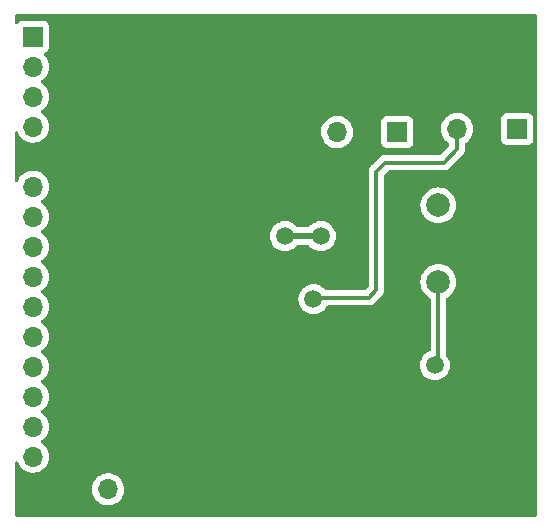
<source format=gbl>
G04 #@! TF.GenerationSoftware,KiCad,Pcbnew,(6.0.9)*
G04 #@! TF.CreationDate,2022-12-23T15:26:11+01:00*
G04 #@! TF.ProjectId,mainboard,6d61696e-626f-4617-9264-2e6b69636164,rev?*
G04 #@! TF.SameCoordinates,Original*
G04 #@! TF.FileFunction,Copper,L2,Bot*
G04 #@! TF.FilePolarity,Positive*
%FSLAX46Y46*%
G04 Gerber Fmt 4.6, Leading zero omitted, Abs format (unit mm)*
G04 Created by KiCad (PCBNEW (6.0.9)) date 2022-12-23 15:26:11*
%MOMM*%
%LPD*%
G01*
G04 APERTURE LIST*
G04 #@! TA.AperFunction,ComponentPad*
%ADD10C,2.000000*%
G04 #@! TD*
G04 #@! TA.AperFunction,ComponentPad*
%ADD11C,5.400000*%
G04 #@! TD*
G04 #@! TA.AperFunction,ComponentPad*
%ADD12R,1.700000X1.700000*%
G04 #@! TD*
G04 #@! TA.AperFunction,ComponentPad*
%ADD13O,1.700000X1.700000*%
G04 #@! TD*
G04 #@! TA.AperFunction,ViaPad*
%ADD14C,0.800000*%
G04 #@! TD*
G04 #@! TA.AperFunction,ViaPad*
%ADD15C,1.500000*%
G04 #@! TD*
G04 #@! TA.AperFunction,Conductor*
%ADD16C,0.300000*%
G04 #@! TD*
G04 #@! TA.AperFunction,Conductor*
%ADD17C,0.500000*%
G04 #@! TD*
G04 APERTURE END LIST*
D10*
X144943000Y-40692000D03*
X144943000Y-47192000D03*
X149443000Y-40692000D03*
X149443000Y-47192000D03*
D11*
X118110000Y-28448000D03*
D12*
X114447000Y-64745000D03*
D13*
X116987000Y-64745000D03*
D12*
X151623000Y-34245000D03*
D13*
X149083000Y-34245000D03*
X146543000Y-34245000D03*
D11*
X149987000Y-62230000D03*
D12*
X110617000Y-26416000D03*
D13*
X110617000Y-28956000D03*
X110617000Y-31496000D03*
X110617000Y-34036000D03*
X110617000Y-36576000D03*
X110617000Y-39116000D03*
X110617000Y-41656000D03*
X110617000Y-44196000D03*
X110617000Y-46736000D03*
X110617000Y-49276000D03*
X110617000Y-51816000D03*
X110617000Y-54356000D03*
X110617000Y-56896000D03*
X110617000Y-59436000D03*
X110617000Y-61976000D03*
X110617000Y-64516000D03*
D12*
X141463000Y-34499000D03*
D13*
X138923000Y-34499000D03*
X136383000Y-34499000D03*
D14*
X137541000Y-52578000D03*
X126619000Y-61087000D03*
D15*
X144653000Y-54229000D03*
D14*
X127889000Y-44196000D03*
X131826000Y-45339000D03*
D15*
X135001000Y-43307000D03*
X131953000Y-43307000D03*
X134366000Y-48641000D03*
D14*
X138049000Y-43688000D03*
X140081000Y-58293000D03*
X119253000Y-59436000D03*
X114681000Y-53848000D03*
X117348000Y-56515000D03*
X117602000Y-52578000D03*
X113665000Y-44196000D03*
D16*
X144653000Y-54229000D02*
X144943000Y-53939000D01*
X144943000Y-53939000D02*
X144943000Y-47192000D01*
D17*
X135001000Y-43307000D02*
X131953000Y-43307000D01*
D16*
X134493000Y-48514000D02*
X134366000Y-48641000D01*
X135636000Y-48514000D02*
X134493000Y-48514000D01*
X146543000Y-35956000D02*
X146543000Y-34245000D01*
X145415000Y-37084000D02*
X146543000Y-35956000D01*
X139700000Y-37846000D02*
X140462000Y-37084000D01*
X139700000Y-47879000D02*
X139700000Y-37846000D01*
X139065000Y-48514000D02*
X139700000Y-47879000D01*
X135636000Y-48514000D02*
X139065000Y-48514000D01*
X140462000Y-37084000D02*
X145415000Y-37084000D01*
G04 #@! TA.AperFunction,Conductor*
G36*
X153230621Y-24531502D02*
G01*
X153277114Y-24585158D01*
X153288500Y-24637500D01*
X153288500Y-66929500D01*
X153268498Y-66997621D01*
X153214842Y-67044114D01*
X153162500Y-67055500D01*
X109219500Y-67055500D01*
X109151379Y-67035498D01*
X109104886Y-66981842D01*
X109093500Y-66929500D01*
X109093500Y-64711695D01*
X115624251Y-64711695D01*
X115624548Y-64716848D01*
X115624548Y-64716851D01*
X115630011Y-64811590D01*
X115637110Y-64934715D01*
X115638247Y-64939761D01*
X115638248Y-64939767D01*
X115658119Y-65027939D01*
X115686222Y-65152639D01*
X115770266Y-65359616D01*
X115886987Y-65550088D01*
X116033250Y-65718938D01*
X116205126Y-65861632D01*
X116398000Y-65974338D01*
X116606692Y-66054030D01*
X116611760Y-66055061D01*
X116611763Y-66055062D01*
X116719017Y-66076883D01*
X116825597Y-66098567D01*
X116830772Y-66098757D01*
X116830774Y-66098757D01*
X117043673Y-66106564D01*
X117043677Y-66106564D01*
X117048837Y-66106753D01*
X117053957Y-66106097D01*
X117053959Y-66106097D01*
X117265288Y-66079025D01*
X117265289Y-66079025D01*
X117270416Y-66078368D01*
X117275366Y-66076883D01*
X117479429Y-66015661D01*
X117479434Y-66015659D01*
X117484384Y-66014174D01*
X117684994Y-65915896D01*
X117866860Y-65786173D01*
X118025096Y-65628489D01*
X118084594Y-65545689D01*
X118152435Y-65451277D01*
X118155453Y-65447077D01*
X118254430Y-65246811D01*
X118319370Y-65033069D01*
X118348529Y-64811590D01*
X118350156Y-64745000D01*
X118331852Y-64522361D01*
X118277431Y-64305702D01*
X118188354Y-64100840D01*
X118067014Y-63913277D01*
X117916670Y-63748051D01*
X117912619Y-63744852D01*
X117912615Y-63744848D01*
X117745414Y-63612800D01*
X117745410Y-63612798D01*
X117741359Y-63609598D01*
X117545789Y-63501638D01*
X117540920Y-63499914D01*
X117540916Y-63499912D01*
X117340087Y-63428795D01*
X117340083Y-63428794D01*
X117335212Y-63427069D01*
X117330119Y-63426162D01*
X117330116Y-63426161D01*
X117120373Y-63388800D01*
X117120367Y-63388799D01*
X117115284Y-63387894D01*
X117041452Y-63386992D01*
X116897081Y-63385228D01*
X116897079Y-63385228D01*
X116891911Y-63385165D01*
X116671091Y-63418955D01*
X116458756Y-63488357D01*
X116260607Y-63591507D01*
X116256474Y-63594610D01*
X116256471Y-63594612D01*
X116232247Y-63612800D01*
X116081965Y-63725635D01*
X115927629Y-63887138D01*
X115801743Y-64071680D01*
X115707688Y-64274305D01*
X115647989Y-64489570D01*
X115624251Y-64711695D01*
X109093500Y-64711695D01*
X109093500Y-62480349D01*
X109113502Y-62412228D01*
X109167158Y-62365735D01*
X109237432Y-62355631D01*
X109302012Y-62385125D01*
X109336243Y-62432945D01*
X109400266Y-62590616D01*
X109516987Y-62781088D01*
X109663250Y-62949938D01*
X109835126Y-63092632D01*
X110028000Y-63205338D01*
X110236692Y-63285030D01*
X110241760Y-63286061D01*
X110241763Y-63286062D01*
X110349017Y-63307883D01*
X110455597Y-63329567D01*
X110460772Y-63329757D01*
X110460774Y-63329757D01*
X110673673Y-63337564D01*
X110673677Y-63337564D01*
X110678837Y-63337753D01*
X110683957Y-63337097D01*
X110683959Y-63337097D01*
X110895288Y-63310025D01*
X110895289Y-63310025D01*
X110900416Y-63309368D01*
X110905366Y-63307883D01*
X111109429Y-63246661D01*
X111109434Y-63246659D01*
X111114384Y-63245174D01*
X111314994Y-63146896D01*
X111496860Y-63017173D01*
X111655096Y-62859489D01*
X111714594Y-62776689D01*
X111782435Y-62682277D01*
X111785453Y-62678077D01*
X111884430Y-62477811D01*
X111949370Y-62264069D01*
X111978529Y-62042590D01*
X111980156Y-61976000D01*
X111961852Y-61753361D01*
X111907431Y-61536702D01*
X111818354Y-61331840D01*
X111697014Y-61144277D01*
X111546670Y-60979051D01*
X111542619Y-60975852D01*
X111542615Y-60975848D01*
X111375414Y-60843800D01*
X111375410Y-60843798D01*
X111371359Y-60840598D01*
X111330053Y-60817796D01*
X111280084Y-60767364D01*
X111265312Y-60697921D01*
X111290428Y-60631516D01*
X111317780Y-60604909D01*
X111361603Y-60573650D01*
X111496860Y-60477173D01*
X111655096Y-60319489D01*
X111714594Y-60236689D01*
X111782435Y-60142277D01*
X111785453Y-60138077D01*
X111884430Y-59937811D01*
X111949370Y-59724069D01*
X111978529Y-59502590D01*
X111980156Y-59436000D01*
X111961852Y-59213361D01*
X111907431Y-58996702D01*
X111818354Y-58791840D01*
X111697014Y-58604277D01*
X111546670Y-58439051D01*
X111542619Y-58435852D01*
X111542615Y-58435848D01*
X111375414Y-58303800D01*
X111375410Y-58303798D01*
X111371359Y-58300598D01*
X111330053Y-58277796D01*
X111280084Y-58227364D01*
X111265312Y-58157921D01*
X111290428Y-58091516D01*
X111317780Y-58064909D01*
X111361603Y-58033650D01*
X111496860Y-57937173D01*
X111655096Y-57779489D01*
X111714594Y-57696689D01*
X111782435Y-57602277D01*
X111785453Y-57598077D01*
X111884430Y-57397811D01*
X111949370Y-57184069D01*
X111978529Y-56962590D01*
X111980156Y-56896000D01*
X111961852Y-56673361D01*
X111907431Y-56456702D01*
X111818354Y-56251840D01*
X111697014Y-56064277D01*
X111546670Y-55899051D01*
X111542619Y-55895852D01*
X111542615Y-55895848D01*
X111375414Y-55763800D01*
X111375410Y-55763798D01*
X111371359Y-55760598D01*
X111330053Y-55737796D01*
X111280084Y-55687364D01*
X111265312Y-55617921D01*
X111290428Y-55551516D01*
X111317780Y-55524909D01*
X111364158Y-55491828D01*
X111496860Y-55397173D01*
X111655096Y-55239489D01*
X111714594Y-55156689D01*
X111782435Y-55062277D01*
X111785453Y-55058077D01*
X111884430Y-54857811D01*
X111944203Y-54661076D01*
X111947865Y-54649023D01*
X111947865Y-54649021D01*
X111949370Y-54644069D01*
X111978529Y-54422590D01*
X111980156Y-54356000D01*
X111969715Y-54229000D01*
X143389693Y-54229000D01*
X143408885Y-54448371D01*
X143465880Y-54661076D01*
X143505357Y-54745735D01*
X143556618Y-54855666D01*
X143556621Y-54855671D01*
X143558944Y-54860653D01*
X143562100Y-54865160D01*
X143562101Y-54865162D01*
X143639025Y-54975020D01*
X143685251Y-55041038D01*
X143840962Y-55196749D01*
X143845471Y-55199906D01*
X143845473Y-55199908D01*
X143920241Y-55252261D01*
X144021346Y-55323056D01*
X144220924Y-55416120D01*
X144433629Y-55473115D01*
X144653000Y-55492307D01*
X144872371Y-55473115D01*
X145085076Y-55416120D01*
X145284654Y-55323056D01*
X145385759Y-55252261D01*
X145460527Y-55199908D01*
X145460529Y-55199906D01*
X145465038Y-55196749D01*
X145620749Y-55041038D01*
X145666976Y-54975020D01*
X145743899Y-54865162D01*
X145743900Y-54865160D01*
X145747056Y-54860653D01*
X145749379Y-54855671D01*
X145749382Y-54855666D01*
X145800643Y-54745735D01*
X145840120Y-54661076D01*
X145897115Y-54448371D01*
X145916307Y-54229000D01*
X145897115Y-54009629D01*
X145840120Y-53796924D01*
X145784852Y-53678401D01*
X145749382Y-53602334D01*
X145749379Y-53602329D01*
X145747056Y-53597347D01*
X145624287Y-53422015D01*
X145601500Y-53349744D01*
X145601500Y-48628246D01*
X145621502Y-48560125D01*
X145661665Y-48520814D01*
X145828193Y-48418765D01*
X145828203Y-48418758D01*
X145832416Y-48416176D01*
X146012969Y-48261969D01*
X146167176Y-48081416D01*
X146169755Y-48077208D01*
X146169759Y-48077202D01*
X146288654Y-47883183D01*
X146291240Y-47878963D01*
X146301066Y-47855242D01*
X146380211Y-47664167D01*
X146380212Y-47664165D01*
X146382105Y-47659594D01*
X146411612Y-47536689D01*
X146436380Y-47433524D01*
X146436381Y-47433518D01*
X146437535Y-47428711D01*
X146456165Y-47192000D01*
X146437535Y-46955289D01*
X146382105Y-46724406D01*
X146291240Y-46505037D01*
X146276247Y-46480570D01*
X146169759Y-46306798D01*
X146169755Y-46306792D01*
X146167176Y-46302584D01*
X146012969Y-46122031D01*
X145832416Y-45967824D01*
X145828208Y-45965245D01*
X145828202Y-45965241D01*
X145634183Y-45846346D01*
X145629963Y-45843760D01*
X145625393Y-45841867D01*
X145625389Y-45841865D01*
X145415167Y-45754789D01*
X145415165Y-45754788D01*
X145410594Y-45752895D01*
X145330391Y-45733640D01*
X145184524Y-45698620D01*
X145184518Y-45698619D01*
X145179711Y-45697465D01*
X144943000Y-45678835D01*
X144706289Y-45697465D01*
X144701482Y-45698619D01*
X144701476Y-45698620D01*
X144555609Y-45733640D01*
X144475406Y-45752895D01*
X144470835Y-45754788D01*
X144470833Y-45754789D01*
X144260611Y-45841865D01*
X144260607Y-45841867D01*
X144256037Y-45843760D01*
X144251817Y-45846346D01*
X144057798Y-45965241D01*
X144057792Y-45965245D01*
X144053584Y-45967824D01*
X143873031Y-46122031D01*
X143718824Y-46302584D01*
X143716245Y-46306792D01*
X143716241Y-46306798D01*
X143609753Y-46480570D01*
X143594760Y-46505037D01*
X143503895Y-46724406D01*
X143448465Y-46955289D01*
X143429835Y-47192000D01*
X143448465Y-47428711D01*
X143449619Y-47433518D01*
X143449620Y-47433524D01*
X143474388Y-47536689D01*
X143503895Y-47659594D01*
X143505788Y-47664165D01*
X143505789Y-47664167D01*
X143584935Y-47855242D01*
X143594760Y-47878963D01*
X143597346Y-47883183D01*
X143716241Y-48077202D01*
X143716245Y-48077208D01*
X143718824Y-48081416D01*
X143873031Y-48261969D01*
X144053584Y-48416176D01*
X144057797Y-48418758D01*
X144057807Y-48418765D01*
X144224335Y-48520814D01*
X144271966Y-48573461D01*
X144284500Y-48628246D01*
X144284500Y-52931963D01*
X144264498Y-53000084D01*
X144211750Y-53046158D01*
X144026334Y-53132618D01*
X144026329Y-53132621D01*
X144021347Y-53134944D01*
X144016840Y-53138100D01*
X144016838Y-53138101D01*
X143845473Y-53258092D01*
X143845470Y-53258094D01*
X143840962Y-53261251D01*
X143685251Y-53416962D01*
X143682094Y-53421470D01*
X143682092Y-53421473D01*
X143628411Y-53498138D01*
X143558944Y-53597347D01*
X143556621Y-53602329D01*
X143556618Y-53602334D01*
X143521148Y-53678401D01*
X143465880Y-53796924D01*
X143408885Y-54009629D01*
X143389693Y-54229000D01*
X111969715Y-54229000D01*
X111961852Y-54133361D01*
X111907431Y-53916702D01*
X111818354Y-53711840D01*
X111697014Y-53524277D01*
X111546670Y-53359051D01*
X111542619Y-53355852D01*
X111542615Y-53355848D01*
X111375414Y-53223800D01*
X111375410Y-53223798D01*
X111371359Y-53220598D01*
X111330053Y-53197796D01*
X111280084Y-53147364D01*
X111265312Y-53077921D01*
X111290428Y-53011516D01*
X111317780Y-52984909D01*
X111361603Y-52953650D01*
X111496860Y-52857173D01*
X111655096Y-52699489D01*
X111714594Y-52616689D01*
X111782435Y-52522277D01*
X111785453Y-52518077D01*
X111884430Y-52317811D01*
X111949370Y-52104069D01*
X111978529Y-51882590D01*
X111980156Y-51816000D01*
X111961852Y-51593361D01*
X111907431Y-51376702D01*
X111818354Y-51171840D01*
X111697014Y-50984277D01*
X111546670Y-50819051D01*
X111542619Y-50815852D01*
X111542615Y-50815848D01*
X111375414Y-50683800D01*
X111375410Y-50683798D01*
X111371359Y-50680598D01*
X111330053Y-50657796D01*
X111280084Y-50607364D01*
X111265312Y-50537921D01*
X111290428Y-50471516D01*
X111317780Y-50444909D01*
X111361603Y-50413650D01*
X111496860Y-50317173D01*
X111655096Y-50159489D01*
X111714594Y-50076689D01*
X111782435Y-49982277D01*
X111785453Y-49978077D01*
X111831398Y-49885115D01*
X111882136Y-49782453D01*
X111882137Y-49782451D01*
X111884430Y-49777811D01*
X111949370Y-49564069D01*
X111978529Y-49342590D01*
X111980156Y-49276000D01*
X111961852Y-49053361D01*
X111907431Y-48836702D01*
X111822337Y-48641000D01*
X133102693Y-48641000D01*
X133121885Y-48860371D01*
X133178880Y-49073076D01*
X133209009Y-49137688D01*
X133269618Y-49267666D01*
X133269621Y-49267671D01*
X133271944Y-49272653D01*
X133275100Y-49277160D01*
X133275101Y-49277162D01*
X133323238Y-49345908D01*
X133398251Y-49453038D01*
X133553962Y-49608749D01*
X133734346Y-49735056D01*
X133933924Y-49828120D01*
X134146629Y-49885115D01*
X134366000Y-49904307D01*
X134585371Y-49885115D01*
X134798076Y-49828120D01*
X134997654Y-49735056D01*
X135178038Y-49608749D01*
X135333749Y-49453038D01*
X135408763Y-49345908D01*
X135456899Y-49277162D01*
X135456900Y-49277160D01*
X135460056Y-49272653D01*
X135462381Y-49267668D01*
X135462384Y-49267662D01*
X135472834Y-49245251D01*
X135519751Y-49191965D01*
X135587029Y-49172500D01*
X138982944Y-49172500D01*
X138994800Y-49173059D01*
X138994803Y-49173059D01*
X139002537Y-49174788D01*
X139073369Y-49172562D01*
X139077327Y-49172500D01*
X139106432Y-49172500D01*
X139110832Y-49171944D01*
X139122664Y-49171012D01*
X139168831Y-49169562D01*
X139189421Y-49163580D01*
X139208782Y-49159570D01*
X139215770Y-49158688D01*
X139222204Y-49157875D01*
X139222205Y-49157875D01*
X139230064Y-49156882D01*
X139237429Y-49153966D01*
X139237433Y-49153965D01*
X139273021Y-49139874D01*
X139284231Y-49136035D01*
X139328600Y-49123145D01*
X139347065Y-49112225D01*
X139364805Y-49103534D01*
X139384756Y-49095635D01*
X139422129Y-49068482D01*
X139432048Y-49061967D01*
X139464977Y-49042493D01*
X139464981Y-49042490D01*
X139471807Y-49038453D01*
X139486971Y-49023289D01*
X139502005Y-49010448D01*
X139512943Y-49002501D01*
X139519357Y-48997841D01*
X139548803Y-48962247D01*
X139556792Y-48953468D01*
X140107605Y-48402655D01*
X140116385Y-48394665D01*
X140116387Y-48394663D01*
X140123080Y-48390416D01*
X140171605Y-48338742D01*
X140174359Y-48335901D01*
X140194927Y-48315333D01*
X140197647Y-48311826D01*
X140205353Y-48302804D01*
X140231544Y-48274913D01*
X140236972Y-48269133D01*
X140240794Y-48262181D01*
X140247303Y-48250342D01*
X140258157Y-48233818D01*
X140266445Y-48223132D01*
X140271304Y-48216868D01*
X140276899Y-48203939D01*
X140289654Y-48174465D01*
X140294876Y-48163805D01*
X140313305Y-48130284D01*
X140313306Y-48130282D01*
X140317124Y-48123337D01*
X140322459Y-48102559D01*
X140328858Y-48083869D01*
X140337380Y-48064176D01*
X140344606Y-48018552D01*
X140347013Y-48006929D01*
X140356528Y-47969868D01*
X140358500Y-47962188D01*
X140358500Y-47940741D01*
X140360051Y-47921031D01*
X140362166Y-47907677D01*
X140363406Y-47899848D01*
X140359059Y-47853859D01*
X140358500Y-47842004D01*
X140358500Y-40692000D01*
X143429835Y-40692000D01*
X143448465Y-40928711D01*
X143449619Y-40933518D01*
X143449620Y-40933524D01*
X143468422Y-41011840D01*
X143503895Y-41159594D01*
X143594760Y-41378963D01*
X143597346Y-41383183D01*
X143716241Y-41577202D01*
X143716245Y-41577208D01*
X143718824Y-41581416D01*
X143873031Y-41761969D01*
X144053584Y-41916176D01*
X144057792Y-41918755D01*
X144057798Y-41918759D01*
X144248516Y-42035631D01*
X144256037Y-42040240D01*
X144260607Y-42042133D01*
X144260611Y-42042135D01*
X144448306Y-42119880D01*
X144475406Y-42131105D01*
X144555609Y-42150360D01*
X144701476Y-42185380D01*
X144701482Y-42185381D01*
X144706289Y-42186535D01*
X144943000Y-42205165D01*
X145179711Y-42186535D01*
X145184518Y-42185381D01*
X145184524Y-42185380D01*
X145330391Y-42150360D01*
X145410594Y-42131105D01*
X145437694Y-42119880D01*
X145625389Y-42042135D01*
X145625393Y-42042133D01*
X145629963Y-42040240D01*
X145637484Y-42035631D01*
X145828202Y-41918759D01*
X145828208Y-41918755D01*
X145832416Y-41916176D01*
X146012969Y-41761969D01*
X146167176Y-41581416D01*
X146169755Y-41577208D01*
X146169759Y-41577202D01*
X146288654Y-41383183D01*
X146291240Y-41378963D01*
X146382105Y-41159594D01*
X146417578Y-41011840D01*
X146436380Y-40933524D01*
X146436381Y-40933518D01*
X146437535Y-40928711D01*
X146456165Y-40692000D01*
X146437535Y-40455289D01*
X146435633Y-40447364D01*
X146383260Y-40229218D01*
X146382105Y-40224406D01*
X146355498Y-40160171D01*
X146293135Y-40009611D01*
X146293133Y-40009607D01*
X146291240Y-40005037D01*
X146237100Y-39916689D01*
X146169759Y-39806798D01*
X146169755Y-39806792D01*
X146167176Y-39802584D01*
X146012969Y-39622031D01*
X145832416Y-39467824D01*
X145828208Y-39465245D01*
X145828202Y-39465241D01*
X145634183Y-39346346D01*
X145629963Y-39343760D01*
X145625393Y-39341867D01*
X145625389Y-39341865D01*
X145415167Y-39254789D01*
X145415165Y-39254788D01*
X145410594Y-39252895D01*
X145330391Y-39233640D01*
X145184524Y-39198620D01*
X145184518Y-39198619D01*
X145179711Y-39197465D01*
X144943000Y-39178835D01*
X144706289Y-39197465D01*
X144701482Y-39198619D01*
X144701476Y-39198620D01*
X144555609Y-39233640D01*
X144475406Y-39252895D01*
X144470835Y-39254788D01*
X144470833Y-39254789D01*
X144260611Y-39341865D01*
X144260607Y-39341867D01*
X144256037Y-39343760D01*
X144251817Y-39346346D01*
X144057798Y-39465241D01*
X144057792Y-39465245D01*
X144053584Y-39467824D01*
X143873031Y-39622031D01*
X143718824Y-39802584D01*
X143716245Y-39806792D01*
X143716241Y-39806798D01*
X143648900Y-39916689D01*
X143594760Y-40005037D01*
X143592867Y-40009607D01*
X143592865Y-40009611D01*
X143530502Y-40160171D01*
X143503895Y-40224406D01*
X143502740Y-40229218D01*
X143450368Y-40447364D01*
X143448465Y-40455289D01*
X143429835Y-40692000D01*
X140358500Y-40692000D01*
X140358500Y-38170950D01*
X140378502Y-38102829D01*
X140395405Y-38081855D01*
X140697855Y-37779405D01*
X140760167Y-37745379D01*
X140786950Y-37742500D01*
X145332944Y-37742500D01*
X145344800Y-37743059D01*
X145344803Y-37743059D01*
X145352537Y-37744788D01*
X145423369Y-37742562D01*
X145427327Y-37742500D01*
X145456432Y-37742500D01*
X145460832Y-37741944D01*
X145472664Y-37741012D01*
X145518831Y-37739562D01*
X145539421Y-37733580D01*
X145558782Y-37729570D01*
X145565770Y-37728688D01*
X145572204Y-37727875D01*
X145572205Y-37727875D01*
X145580064Y-37726882D01*
X145587429Y-37723966D01*
X145587433Y-37723965D01*
X145623021Y-37709874D01*
X145634231Y-37706035D01*
X145678600Y-37693145D01*
X145697065Y-37682225D01*
X145714805Y-37673534D01*
X145734756Y-37665635D01*
X145772129Y-37638482D01*
X145782048Y-37631967D01*
X145814977Y-37612493D01*
X145814981Y-37612490D01*
X145821807Y-37608453D01*
X145836971Y-37593289D01*
X145852005Y-37580448D01*
X145862943Y-37572501D01*
X145869357Y-37567841D01*
X145898803Y-37532247D01*
X145906792Y-37523468D01*
X146950605Y-36479655D01*
X146959385Y-36471665D01*
X146959387Y-36471663D01*
X146966080Y-36467416D01*
X147000606Y-36430650D01*
X147014604Y-36415743D01*
X147017359Y-36412901D01*
X147037927Y-36392333D01*
X147040647Y-36388826D01*
X147048353Y-36379804D01*
X147074544Y-36351913D01*
X147079972Y-36346133D01*
X147083794Y-36339181D01*
X147090303Y-36327342D01*
X147101157Y-36310818D01*
X147109445Y-36300132D01*
X147114304Y-36293868D01*
X147117452Y-36286594D01*
X147132654Y-36251465D01*
X147137876Y-36240805D01*
X147156305Y-36207284D01*
X147156306Y-36207282D01*
X147160124Y-36200337D01*
X147165459Y-36179559D01*
X147171858Y-36160869D01*
X147180380Y-36141176D01*
X147187606Y-36095552D01*
X147190013Y-36083929D01*
X147199528Y-36046868D01*
X147201500Y-36039188D01*
X147201500Y-36017741D01*
X147203051Y-35998031D01*
X147205166Y-35984677D01*
X147206406Y-35976848D01*
X147202059Y-35930859D01*
X147201500Y-35919004D01*
X147201500Y-35508961D01*
X147221502Y-35440840D01*
X147254332Y-35406382D01*
X147262535Y-35400531D01*
X147422860Y-35286173D01*
X147441919Y-35267181D01*
X147566400Y-35143134D01*
X150264500Y-35143134D01*
X150271255Y-35205316D01*
X150322385Y-35341705D01*
X150409739Y-35458261D01*
X150526295Y-35545615D01*
X150662684Y-35596745D01*
X150724866Y-35603500D01*
X152521134Y-35603500D01*
X152583316Y-35596745D01*
X152719705Y-35545615D01*
X152836261Y-35458261D01*
X152923615Y-35341705D01*
X152974745Y-35205316D01*
X152981500Y-35143134D01*
X152981500Y-33346866D01*
X152974745Y-33284684D01*
X152923615Y-33148295D01*
X152836261Y-33031739D01*
X152719705Y-32944385D01*
X152583316Y-32893255D01*
X152521134Y-32886500D01*
X150724866Y-32886500D01*
X150662684Y-32893255D01*
X150526295Y-32944385D01*
X150409739Y-33031739D01*
X150322385Y-33148295D01*
X150271255Y-33284684D01*
X150264500Y-33346866D01*
X150264500Y-35143134D01*
X147566400Y-35143134D01*
X147581096Y-35128489D01*
X147640594Y-35045689D01*
X147708435Y-34951277D01*
X147711453Y-34947077D01*
X147790534Y-34787069D01*
X147808136Y-34751453D01*
X147808137Y-34751451D01*
X147810430Y-34746811D01*
X147875370Y-34533069D01*
X147904529Y-34311590D01*
X147905390Y-34276361D01*
X147906074Y-34248365D01*
X147906074Y-34248361D01*
X147906156Y-34245000D01*
X147887852Y-34022361D01*
X147833431Y-33805702D01*
X147744354Y-33600840D01*
X147623014Y-33413277D01*
X147472670Y-33248051D01*
X147468619Y-33244852D01*
X147468615Y-33244848D01*
X147301414Y-33112800D01*
X147301410Y-33112798D01*
X147297359Y-33109598D01*
X147101789Y-33001638D01*
X147096920Y-32999914D01*
X147096916Y-32999912D01*
X146896087Y-32928795D01*
X146896083Y-32928794D01*
X146891212Y-32927069D01*
X146886119Y-32926162D01*
X146886116Y-32926161D01*
X146676373Y-32888800D01*
X146676367Y-32888799D01*
X146671284Y-32887894D01*
X146597452Y-32886992D01*
X146453081Y-32885228D01*
X146453079Y-32885228D01*
X146447911Y-32885165D01*
X146227091Y-32918955D01*
X146014756Y-32988357D01*
X145816607Y-33091507D01*
X145812474Y-33094610D01*
X145812471Y-33094612D01*
X145642100Y-33222530D01*
X145637965Y-33225635D01*
X145606905Y-33258137D01*
X145508511Y-33361101D01*
X145483629Y-33387138D01*
X145480715Y-33391410D01*
X145480714Y-33391411D01*
X145468404Y-33409457D01*
X145357743Y-33571680D01*
X145263688Y-33774305D01*
X145203989Y-33989570D01*
X145180251Y-34211695D01*
X145180548Y-34216848D01*
X145180548Y-34216851D01*
X145186730Y-34324069D01*
X145193110Y-34434715D01*
X145194247Y-34439761D01*
X145194248Y-34439767D01*
X145207597Y-34499000D01*
X145242222Y-34652639D01*
X145278620Y-34742277D01*
X145318743Y-34841088D01*
X145326266Y-34859616D01*
X145360384Y-34915292D01*
X145420407Y-35013240D01*
X145442987Y-35050088D01*
X145589250Y-35218938D01*
X145761126Y-35361632D01*
X145765583Y-35364236D01*
X145765588Y-35364240D01*
X145822070Y-35397245D01*
X145870794Y-35448883D01*
X145884500Y-35506033D01*
X145884500Y-35631050D01*
X145864498Y-35699171D01*
X145847595Y-35720145D01*
X145179145Y-36388595D01*
X145116833Y-36422621D01*
X145090050Y-36425500D01*
X140544059Y-36425500D01*
X140532203Y-36424941D01*
X140524463Y-36423211D01*
X140516537Y-36423460D01*
X140516536Y-36423460D01*
X140453611Y-36425438D01*
X140449653Y-36425500D01*
X140420568Y-36425500D01*
X140416637Y-36425997D01*
X140416630Y-36425997D01*
X140416179Y-36426054D01*
X140404343Y-36426986D01*
X140358169Y-36428438D01*
X140337579Y-36434420D01*
X140318218Y-36438430D01*
X140311230Y-36439312D01*
X140304796Y-36440125D01*
X140304795Y-36440125D01*
X140296936Y-36441118D01*
X140289571Y-36444034D01*
X140289567Y-36444035D01*
X140253979Y-36458126D01*
X140242769Y-36461965D01*
X140198400Y-36474855D01*
X140179935Y-36485775D01*
X140162195Y-36494466D01*
X140142244Y-36502365D01*
X140104874Y-36529516D01*
X140094952Y-36536033D01*
X140062023Y-36555507D01*
X140062019Y-36555510D01*
X140055193Y-36559547D01*
X140040029Y-36574711D01*
X140024996Y-36587551D01*
X140007643Y-36600159D01*
X139978198Y-36635752D01*
X139970208Y-36644532D01*
X139292395Y-37322345D01*
X139283615Y-37330335D01*
X139283613Y-37330337D01*
X139276920Y-37334584D01*
X139271494Y-37340362D01*
X139271493Y-37340363D01*
X139228396Y-37386257D01*
X139225641Y-37389099D01*
X139205073Y-37409667D01*
X139202356Y-37413170D01*
X139194648Y-37422195D01*
X139163028Y-37455867D01*
X139159207Y-37462818D01*
X139159206Y-37462819D01*
X139152697Y-37474658D01*
X139141843Y-37491182D01*
X139134018Y-37501271D01*
X139128696Y-37508132D01*
X139125549Y-37515404D01*
X139125548Y-37515406D01*
X139110346Y-37550535D01*
X139105124Y-37561195D01*
X139082876Y-37601663D01*
X139077541Y-37622441D01*
X139071142Y-37641131D01*
X139062620Y-37660824D01*
X139059230Y-37682228D01*
X139055394Y-37706448D01*
X139052987Y-37718071D01*
X139047097Y-37741012D01*
X139041500Y-37762812D01*
X139041500Y-37784259D01*
X139039949Y-37803969D01*
X139036594Y-37825152D01*
X139037340Y-37833043D01*
X139040941Y-37871138D01*
X139041500Y-37882996D01*
X139041500Y-47554050D01*
X139021498Y-47622171D01*
X139004595Y-47643145D01*
X138829145Y-47818595D01*
X138766833Y-47852621D01*
X138740050Y-47855500D01*
X135412477Y-47855500D01*
X135344356Y-47835498D01*
X135323382Y-47818595D01*
X135178038Y-47673251D01*
X135135043Y-47643145D01*
X135007802Y-47554050D01*
X134997654Y-47546944D01*
X134798076Y-47453880D01*
X134585371Y-47396885D01*
X134366000Y-47377693D01*
X134146629Y-47396885D01*
X133933924Y-47453880D01*
X133840562Y-47497415D01*
X133739334Y-47544618D01*
X133739329Y-47544621D01*
X133734347Y-47546944D01*
X133729840Y-47550100D01*
X133729838Y-47550101D01*
X133558473Y-47670092D01*
X133558470Y-47670094D01*
X133553962Y-47673251D01*
X133398251Y-47828962D01*
X133395094Y-47833470D01*
X133395092Y-47833473D01*
X133275101Y-48004838D01*
X133271944Y-48009347D01*
X133269621Y-48014329D01*
X133269618Y-48014334D01*
X133236585Y-48085175D01*
X133178880Y-48208924D01*
X133121885Y-48421629D01*
X133102693Y-48641000D01*
X111822337Y-48641000D01*
X111818354Y-48631840D01*
X111697014Y-48444277D01*
X111546670Y-48279051D01*
X111542619Y-48275852D01*
X111542615Y-48275848D01*
X111375414Y-48143800D01*
X111375410Y-48143798D01*
X111371359Y-48140598D01*
X111330053Y-48117796D01*
X111280084Y-48067364D01*
X111265312Y-47997921D01*
X111290428Y-47931516D01*
X111317780Y-47904909D01*
X111387049Y-47855500D01*
X111496860Y-47777173D01*
X111655096Y-47619489D01*
X111702119Y-47554050D01*
X111782435Y-47442277D01*
X111785453Y-47438077D01*
X111792521Y-47423777D01*
X111882136Y-47242453D01*
X111882137Y-47242451D01*
X111884430Y-47237811D01*
X111949370Y-47024069D01*
X111978529Y-46802590D01*
X111980156Y-46736000D01*
X111961852Y-46513361D01*
X111907431Y-46296702D01*
X111818354Y-46091840D01*
X111740202Y-45971035D01*
X111699822Y-45908617D01*
X111699820Y-45908614D01*
X111697014Y-45904277D01*
X111546670Y-45739051D01*
X111542619Y-45735852D01*
X111542615Y-45735848D01*
X111375414Y-45603800D01*
X111375410Y-45603798D01*
X111371359Y-45600598D01*
X111330053Y-45577796D01*
X111280084Y-45527364D01*
X111265312Y-45457921D01*
X111290428Y-45391516D01*
X111317780Y-45364909D01*
X111361603Y-45333650D01*
X111496860Y-45237173D01*
X111655096Y-45079489D01*
X111714594Y-44996689D01*
X111782435Y-44902277D01*
X111785453Y-44898077D01*
X111884430Y-44697811D01*
X111949370Y-44484069D01*
X111978529Y-44262590D01*
X111980156Y-44196000D01*
X111961852Y-43973361D01*
X111907431Y-43756702D01*
X111818354Y-43551840D01*
X111697014Y-43364277D01*
X111644896Y-43307000D01*
X130689693Y-43307000D01*
X130708885Y-43526371D01*
X130765880Y-43739076D01*
X130776439Y-43761720D01*
X130856618Y-43933666D01*
X130856621Y-43933671D01*
X130858944Y-43938653D01*
X130862100Y-43943160D01*
X130862101Y-43943162D01*
X130961769Y-44085502D01*
X130985251Y-44119038D01*
X131140962Y-44274749D01*
X131321346Y-44401056D01*
X131520924Y-44494120D01*
X131733629Y-44551115D01*
X131953000Y-44570307D01*
X132172371Y-44551115D01*
X132385076Y-44494120D01*
X132584654Y-44401056D01*
X132765038Y-44274749D01*
X132920749Y-44119038D01*
X132923908Y-44114527D01*
X132927284Y-44110504D01*
X132986395Y-44071181D01*
X133023802Y-44065500D01*
X133930198Y-44065500D01*
X133998319Y-44085502D01*
X134026716Y-44110504D01*
X134030092Y-44114527D01*
X134033251Y-44119038D01*
X134188962Y-44274749D01*
X134369346Y-44401056D01*
X134568924Y-44494120D01*
X134781629Y-44551115D01*
X135001000Y-44570307D01*
X135220371Y-44551115D01*
X135433076Y-44494120D01*
X135632654Y-44401056D01*
X135813038Y-44274749D01*
X135968749Y-44119038D01*
X135992232Y-44085502D01*
X136091899Y-43943162D01*
X136091900Y-43943160D01*
X136095056Y-43938653D01*
X136097379Y-43933671D01*
X136097382Y-43933666D01*
X136177561Y-43761720D01*
X136188120Y-43739076D01*
X136245115Y-43526371D01*
X136264307Y-43307000D01*
X136245115Y-43087629D01*
X136188120Y-42874924D01*
X136140421Y-42772632D01*
X136097382Y-42680334D01*
X136097379Y-42680329D01*
X136095056Y-42675347D01*
X136091899Y-42670838D01*
X135971908Y-42499473D01*
X135971906Y-42499470D01*
X135968749Y-42494962D01*
X135813038Y-42339251D01*
X135632654Y-42212944D01*
X135433076Y-42119880D01*
X135220371Y-42062885D01*
X135001000Y-42043693D01*
X134781629Y-42062885D01*
X134568924Y-42119880D01*
X134482138Y-42160349D01*
X134374334Y-42210618D01*
X134374329Y-42210621D01*
X134369347Y-42212944D01*
X134364840Y-42216100D01*
X134364838Y-42216101D01*
X134193473Y-42336092D01*
X134193470Y-42336094D01*
X134188962Y-42339251D01*
X134033251Y-42494962D01*
X134030094Y-42499471D01*
X134026716Y-42503496D01*
X133967605Y-42542819D01*
X133930198Y-42548500D01*
X133023802Y-42548500D01*
X132955681Y-42528498D01*
X132927284Y-42503496D01*
X132923906Y-42499471D01*
X132920749Y-42494962D01*
X132765038Y-42339251D01*
X132584654Y-42212944D01*
X132385076Y-42119880D01*
X132172371Y-42062885D01*
X131953000Y-42043693D01*
X131733629Y-42062885D01*
X131520924Y-42119880D01*
X131434138Y-42160349D01*
X131326334Y-42210618D01*
X131326329Y-42210621D01*
X131321347Y-42212944D01*
X131316840Y-42216100D01*
X131316838Y-42216101D01*
X131145473Y-42336092D01*
X131145470Y-42336094D01*
X131140962Y-42339251D01*
X130985251Y-42494962D01*
X130982094Y-42499470D01*
X130982092Y-42499473D01*
X130862101Y-42670838D01*
X130858944Y-42675347D01*
X130856621Y-42680329D01*
X130856618Y-42680334D01*
X130813579Y-42772632D01*
X130765880Y-42874924D01*
X130708885Y-43087629D01*
X130689693Y-43307000D01*
X111644896Y-43307000D01*
X111546670Y-43199051D01*
X111542619Y-43195852D01*
X111542615Y-43195848D01*
X111375414Y-43063800D01*
X111375410Y-43063798D01*
X111371359Y-43060598D01*
X111330053Y-43037796D01*
X111280084Y-42987364D01*
X111265312Y-42917921D01*
X111290428Y-42851516D01*
X111317780Y-42824909D01*
X111361603Y-42793650D01*
X111496860Y-42697173D01*
X111518763Y-42675347D01*
X111651435Y-42543137D01*
X111655096Y-42539489D01*
X111680960Y-42503496D01*
X111782435Y-42362277D01*
X111785453Y-42358077D01*
X111792832Y-42343148D01*
X111882136Y-42162453D01*
X111882137Y-42162451D01*
X111884430Y-42157811D01*
X111949370Y-41944069D01*
X111978529Y-41722590D01*
X111980156Y-41656000D01*
X111961852Y-41433361D01*
X111907431Y-41216702D01*
X111818354Y-41011840D01*
X111764575Y-40928711D01*
X111699822Y-40828617D01*
X111699820Y-40828614D01*
X111697014Y-40824277D01*
X111546670Y-40659051D01*
X111542619Y-40655852D01*
X111542615Y-40655848D01*
X111375414Y-40523800D01*
X111375410Y-40523798D01*
X111371359Y-40520598D01*
X111330053Y-40497796D01*
X111280084Y-40447364D01*
X111265312Y-40377921D01*
X111290428Y-40311516D01*
X111317780Y-40284909D01*
X111361603Y-40253650D01*
X111496860Y-40157173D01*
X111655096Y-39999489D01*
X111714594Y-39916689D01*
X111782435Y-39822277D01*
X111785453Y-39818077D01*
X111791028Y-39806798D01*
X111882136Y-39622453D01*
X111882137Y-39622451D01*
X111884430Y-39617811D01*
X111930000Y-39467824D01*
X111947865Y-39409023D01*
X111947865Y-39409021D01*
X111949370Y-39404069D01*
X111978529Y-39182590D01*
X111980156Y-39116000D01*
X111961852Y-38893361D01*
X111907431Y-38676702D01*
X111818354Y-38471840D01*
X111697014Y-38284277D01*
X111546670Y-38119051D01*
X111542619Y-38115852D01*
X111542615Y-38115848D01*
X111375414Y-37983800D01*
X111375410Y-37983798D01*
X111371359Y-37980598D01*
X111175789Y-37872638D01*
X111170920Y-37870914D01*
X111170916Y-37870912D01*
X110970087Y-37799795D01*
X110970083Y-37799794D01*
X110965212Y-37798069D01*
X110960119Y-37797162D01*
X110960116Y-37797161D01*
X110750373Y-37759800D01*
X110750367Y-37759799D01*
X110745284Y-37758894D01*
X110671452Y-37757992D01*
X110527081Y-37756228D01*
X110527079Y-37756228D01*
X110521911Y-37756165D01*
X110301091Y-37789955D01*
X110088756Y-37859357D01*
X109890607Y-37962507D01*
X109886474Y-37965610D01*
X109886471Y-37965612D01*
X109862247Y-37983800D01*
X109711965Y-38096635D01*
X109557629Y-38258138D01*
X109431743Y-38442680D01*
X109337688Y-38645305D01*
X109337182Y-38647128D01*
X109295460Y-38703385D01*
X109229051Y-38728493D01*
X109159610Y-38713713D01*
X109109184Y-38663736D01*
X109093500Y-38602856D01*
X109093500Y-34540349D01*
X109113502Y-34472228D01*
X109167158Y-34425735D01*
X109237432Y-34415631D01*
X109302012Y-34445125D01*
X109336243Y-34492945D01*
X109364381Y-34562240D01*
X109400266Y-34650616D01*
X109402965Y-34655020D01*
X109480741Y-34781939D01*
X109516987Y-34841088D01*
X109663250Y-35009938D01*
X109835126Y-35152632D01*
X110028000Y-35265338D01*
X110032825Y-35267180D01*
X110032826Y-35267181D01*
X110082561Y-35286173D01*
X110236692Y-35345030D01*
X110241760Y-35346061D01*
X110241763Y-35346062D01*
X110349017Y-35367883D01*
X110455597Y-35389567D01*
X110460772Y-35389757D01*
X110460774Y-35389757D01*
X110673673Y-35397564D01*
X110673677Y-35397564D01*
X110678837Y-35397753D01*
X110683957Y-35397097D01*
X110683959Y-35397097D01*
X110895288Y-35370025D01*
X110895289Y-35370025D01*
X110900416Y-35369368D01*
X110905366Y-35367883D01*
X111109429Y-35306661D01*
X111109434Y-35306659D01*
X111114384Y-35305174D01*
X111314994Y-35206896D01*
X111496860Y-35077173D01*
X111655096Y-34919489D01*
X111667954Y-34901596D01*
X111782435Y-34742277D01*
X111785453Y-34738077D01*
X111825314Y-34657425D01*
X111882136Y-34542453D01*
X111882137Y-34542451D01*
X111884430Y-34537811D01*
X111906341Y-34465695D01*
X135020251Y-34465695D01*
X135020548Y-34470848D01*
X135020548Y-34470851D01*
X135026011Y-34565590D01*
X135033110Y-34688715D01*
X135034247Y-34693761D01*
X135034248Y-34693767D01*
X135047249Y-34751453D01*
X135082222Y-34906639D01*
X135166266Y-35113616D01*
X135168965Y-35118020D01*
X135272009Y-35286173D01*
X135282987Y-35304088D01*
X135429250Y-35472938D01*
X135601126Y-35615632D01*
X135794000Y-35728338D01*
X136002692Y-35808030D01*
X136007760Y-35809061D01*
X136007763Y-35809062D01*
X136115017Y-35830883D01*
X136221597Y-35852567D01*
X136226772Y-35852757D01*
X136226774Y-35852757D01*
X136439673Y-35860564D01*
X136439677Y-35860564D01*
X136444837Y-35860753D01*
X136449957Y-35860097D01*
X136449959Y-35860097D01*
X136661288Y-35833025D01*
X136661289Y-35833025D01*
X136666416Y-35832368D01*
X136671366Y-35830883D01*
X136875429Y-35769661D01*
X136875434Y-35769659D01*
X136880384Y-35768174D01*
X137080994Y-35669896D01*
X137262860Y-35540173D01*
X137406400Y-35397134D01*
X140104500Y-35397134D01*
X140111255Y-35459316D01*
X140162385Y-35595705D01*
X140249739Y-35712261D01*
X140366295Y-35799615D01*
X140502684Y-35850745D01*
X140564866Y-35857500D01*
X142361134Y-35857500D01*
X142423316Y-35850745D01*
X142559705Y-35799615D01*
X142676261Y-35712261D01*
X142763615Y-35595705D01*
X142814745Y-35459316D01*
X142821500Y-35397134D01*
X142821500Y-33600866D01*
X142814745Y-33538684D01*
X142763615Y-33402295D01*
X142676261Y-33285739D01*
X142559705Y-33198385D01*
X142423316Y-33147255D01*
X142361134Y-33140500D01*
X140564866Y-33140500D01*
X140502684Y-33147255D01*
X140366295Y-33198385D01*
X140249739Y-33285739D01*
X140162385Y-33402295D01*
X140111255Y-33538684D01*
X140104500Y-33600866D01*
X140104500Y-35397134D01*
X137406400Y-35397134D01*
X137421096Y-35382489D01*
X137431592Y-35367883D01*
X137548435Y-35205277D01*
X137551453Y-35201077D01*
X137577030Y-35149327D01*
X137648136Y-35005453D01*
X137648137Y-35005451D01*
X137650430Y-35000811D01*
X137691990Y-34864020D01*
X137713865Y-34792023D01*
X137713865Y-34792021D01*
X137715370Y-34787069D01*
X137744529Y-34565590D01*
X137746156Y-34499000D01*
X137727852Y-34276361D01*
X137673431Y-34059702D01*
X137584354Y-33854840D01*
X137463014Y-33667277D01*
X137312670Y-33502051D01*
X137308619Y-33498852D01*
X137308615Y-33498848D01*
X137141414Y-33366800D01*
X137141410Y-33366798D01*
X137137359Y-33363598D01*
X136941789Y-33255638D01*
X136936920Y-33253914D01*
X136936916Y-33253912D01*
X136736087Y-33182795D01*
X136736083Y-33182794D01*
X136731212Y-33181069D01*
X136726119Y-33180162D01*
X136726116Y-33180161D01*
X136516373Y-33142800D01*
X136516367Y-33142799D01*
X136511284Y-33141894D01*
X136437452Y-33140992D01*
X136293081Y-33139228D01*
X136293079Y-33139228D01*
X136287911Y-33139165D01*
X136067091Y-33172955D01*
X135854756Y-33242357D01*
X135824443Y-33258137D01*
X135758356Y-33292540D01*
X135656607Y-33345507D01*
X135652474Y-33348610D01*
X135652471Y-33348612D01*
X135560565Y-33417617D01*
X135477965Y-33479635D01*
X135474393Y-33483373D01*
X135330725Y-33633713D01*
X135323629Y-33641138D01*
X135197743Y-33825680D01*
X135182003Y-33859590D01*
X135115576Y-34002695D01*
X135103688Y-34028305D01*
X135043989Y-34243570D01*
X135020251Y-34465695D01*
X111906341Y-34465695D01*
X111949370Y-34324069D01*
X111978529Y-34102590D01*
X111980156Y-34036000D01*
X111961852Y-33813361D01*
X111907431Y-33596702D01*
X111818354Y-33391840D01*
X111730241Y-33255638D01*
X111699822Y-33208617D01*
X111699820Y-33208614D01*
X111697014Y-33204277D01*
X111546670Y-33039051D01*
X111542619Y-33035852D01*
X111542615Y-33035848D01*
X111375414Y-32903800D01*
X111375410Y-32903798D01*
X111371359Y-32900598D01*
X111330053Y-32877796D01*
X111280084Y-32827364D01*
X111265312Y-32757921D01*
X111290428Y-32691516D01*
X111317780Y-32664909D01*
X111361603Y-32633650D01*
X111496860Y-32537173D01*
X111655096Y-32379489D01*
X111714594Y-32296689D01*
X111782435Y-32202277D01*
X111785453Y-32198077D01*
X111884430Y-31997811D01*
X111949370Y-31784069D01*
X111978529Y-31562590D01*
X111980156Y-31496000D01*
X111961852Y-31273361D01*
X111907431Y-31056702D01*
X111818354Y-30851840D01*
X111697014Y-30664277D01*
X111546670Y-30499051D01*
X111542619Y-30495852D01*
X111542615Y-30495848D01*
X111375414Y-30363800D01*
X111375410Y-30363798D01*
X111371359Y-30360598D01*
X111330053Y-30337796D01*
X111280084Y-30287364D01*
X111265312Y-30217921D01*
X111290428Y-30151516D01*
X111317780Y-30124909D01*
X111361603Y-30093650D01*
X111496860Y-29997173D01*
X111655096Y-29839489D01*
X111714594Y-29756689D01*
X111782435Y-29662277D01*
X111785453Y-29658077D01*
X111884430Y-29457811D01*
X111949370Y-29244069D01*
X111978529Y-29022590D01*
X111980156Y-28956000D01*
X111961852Y-28733361D01*
X111907431Y-28516702D01*
X111818354Y-28311840D01*
X111697014Y-28124277D01*
X111693532Y-28120450D01*
X111549798Y-27962488D01*
X111518746Y-27898642D01*
X111527141Y-27828143D01*
X111572317Y-27773375D01*
X111598761Y-27759706D01*
X111705297Y-27719767D01*
X111713705Y-27716615D01*
X111830261Y-27629261D01*
X111917615Y-27512705D01*
X111968745Y-27376316D01*
X111975500Y-27314134D01*
X111975500Y-25517866D01*
X111968745Y-25455684D01*
X111917615Y-25319295D01*
X111830261Y-25202739D01*
X111713705Y-25115385D01*
X111577316Y-25064255D01*
X111515134Y-25057500D01*
X109718866Y-25057500D01*
X109656684Y-25064255D01*
X109520295Y-25115385D01*
X109403739Y-25202739D01*
X109398358Y-25209919D01*
X109320326Y-25314037D01*
X109263467Y-25356552D01*
X109192648Y-25361578D01*
X109130355Y-25327518D01*
X109096365Y-25265187D01*
X109093500Y-25238472D01*
X109093500Y-24637500D01*
X109113502Y-24569379D01*
X109167158Y-24522886D01*
X109219500Y-24511500D01*
X153162500Y-24511500D01*
X153230621Y-24531502D01*
G37*
G04 #@! TD.AperFunction*
M02*

</source>
